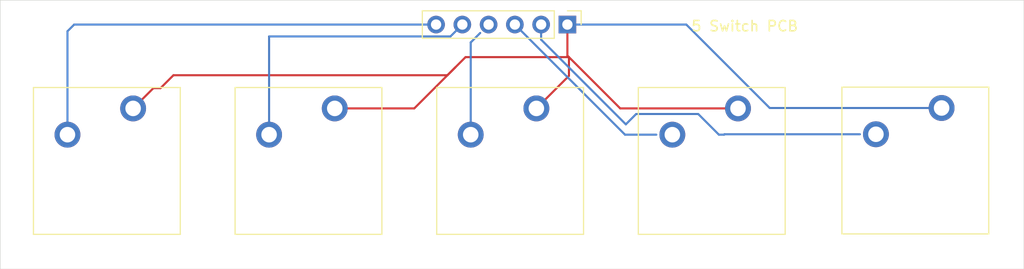
<source format=kicad_pcb>
(kicad_pcb (version 20240108) (generator "pcbnew") (generator_version "8.0")
  (layers (0 "F.Cu" signal) (31 "B.Cu" signal) (34 "B.Paste" user) (35 "F.Paste" user) (36 "B.SilkS" user "B.Silkscreen") (37 "F.SilkS" user "F.Silkscreen") (38 "B.Mask" user) (39 "F.Mask" user) (44 "Edge.Cuts" user))
  (net 0 "")
  (footprint "PCM_Switch_Keyboard_Cherry_MX:SW_Cherry_MX_PCB_1.00u" (layer "F.Cu") (at 174.5 80.5)
    (property "Reference" "REF**" (hide yes))
    (property "Value" "SW_Cherry_MX_PCB_1.00u")
    (fp_line (start -7.1 -7.1) (end -7.1 7.1) (stroke (width 0.12)) (layer "F.SilkS"))
    (fp_line (start -7.1 7.1) (end 7.1 7.1) (stroke (width 0.12)) (layer "F.SilkS"))
    (fp_line (start 7.1 -7.1) (end -7.1 -7.1) (stroke (width 0.12)) (layer "F.SilkS"))
    (fp_line (start 7.1 7.1) (end 7.1 -7.1) (stroke (width 0.12)) (layer "F.SilkS"))
    (pad "" np_thru_hole circle (at -5.08 0) (size 1.75 1.75) (drill 1.75) (layers "F&B.Cu" "*.Mask"))
    (pad "" np_thru_hole circle (at 0 0) (size 4 4) (drill 4) (layers "F&B.Cu" "*.Mask"))
    (pad "" np_thru_hole circle (at 5.08 0) (size 1.75 1.75) (drill 1.75) (layers "F&B.Cu" "*.Mask"))
    (pad "1" thru_hole circle (at -3.81 -2.54) (size 2.5 2.5) (drill 1.5) (layers "*.Cu" "*.Mask"))
    (pad "2" thru_hole circle (at 2.54 -5.08) (size 2.5 2.5) (drill 1.5) (layers "*.Cu" "*.Mask"))
  )
  (footprint "PCM_Switch_Keyboard_Cherry_MX:SW_Cherry_MX_PCB_1.00u" (layer "F.Cu") (at 154.81 80.54)
    (property "Reference" "5 Switch PCB" (at 3.19 -13.04 0) (layer "F.SilkS"))
    (property "Value" "SW_Cherry_MX_PCB_1.00u")
    (fp_line (start -7.1 -7.1) (end -7.1 7.1) (stroke (width 0.12)) (layer "F.SilkS"))
    (fp_line (start -7.1 7.1) (end 7.1 7.1) (stroke (width 0.12)) (layer "F.SilkS"))
    (fp_line (start 7.1 -7.1) (end -7.1 -7.1) (stroke (width 0.12)) (layer "F.SilkS"))
    (fp_line (start 7.1 7.1) (end 7.1 -7.1) (stroke (width 0.12)) (layer "F.SilkS"))
    (pad "" np_thru_hole circle (at -5.08 0) (size 1.75 1.75) (drill 1.75) (layers "F&B.Cu" "*.Mask"))
    (pad "" np_thru_hole circle (at 0 0) (size 4 4) (drill 4) (layers "F&B.Cu" "*.Mask"))
    (pad "" np_thru_hole circle (at 5.08 0) (size 1.75 1.75) (drill 1.75) (layers "F&B.Cu" "*.Mask"))
    (pad "1" thru_hole circle (at -3.81 -2.54) (size 2.5 2.5) (drill 1.5) (layers "*.Cu" "*.Mask"))
    (pad "2" thru_hole circle (at 2.54 -5.08) (size 2.5 2.5) (drill 1.5) (layers "*.Cu" "*.Mask"))
  )
  (footprint "PCM_Switch_Keyboard_Cherry_MX:SW_Cherry_MX_PCB_1.00u" (layer "F.Cu") (at 135.31 80.54)
    (property "Reference" "REF**" (hide yes))
    (property "Value" "SW_Cherry_MX_PCB_1.00u")
    (fp_line (start -7.1 -7.1) (end -7.1 7.1) (stroke (width 0.12)) (layer "F.SilkS"))
    (fp_line (start -7.1 7.1) (end 7.1 7.1) (stroke (width 0.12)) (layer "F.SilkS"))
    (fp_line (start 7.1 -7.1) (end -7.1 -7.1) (stroke (width 0.12)) (layer "F.SilkS"))
    (fp_line (start 7.1 7.1) (end 7.1 -7.1) (stroke (width 0.12)) (layer "F.SilkS"))
    (pad "" np_thru_hole circle (at -5.08 0) (size 1.75 1.75) (drill 1.75) (layers "F&B.Cu" "*.Mask"))
    (pad "" np_thru_hole circle (at 0 0) (size 4 4) (drill 4) (layers "F&B.Cu" "*.Mask"))
    (pad "" np_thru_hole circle (at 5.08 0) (size 1.75 1.75) (drill 1.75) (layers "F&B.Cu" "*.Mask"))
    (pad "1" thru_hole circle (at -3.81 -2.54) (size 2.5 2.5) (drill 1.5) (layers "*.Cu" "*.Mask"))
    (pad "2" thru_hole circle (at 2.54 -5.08) (size 2.5 2.5) (drill 1.5) (layers "*.Cu" "*.Mask"))
  )
  (footprint "PCM_Switch_Keyboard_Cherry_MX:SW_Cherry_MX_PCB_1.00u" (layer "F.Cu") (at 115.81 80.54)
    (property "Reference" "REF**" (hide yes))
    (property "Value" "SW_Cherry_MX_PCB_1.00u")
    (fp_line (start -7.1 -7.1) (end -7.1 7.1) (stroke (width 0.12)) (layer "F.SilkS"))
    (fp_line (start -7.1 7.1) (end 7.1 7.1) (stroke (width 0.12)) (layer "F.SilkS"))
    (fp_line (start 7.1 -7.1) (end -7.1 -7.1) (stroke (width 0.12)) (layer "F.SilkS"))
    (fp_line (start 7.1 7.1) (end 7.1 -7.1) (stroke (width 0.12)) (layer "F.SilkS"))
    (pad "" np_thru_hole circle (at -5.08 0) (size 1.75 1.75) (drill 1.75) (layers "*.Cu" "*.Mask"))
    (pad "" np_thru_hole circle (at 0 0) (size 4 4) (drill 4) (layers "*.Cu" "*.Mask"))
    (pad "" np_thru_hole circle (at 5.08 0) (size 1.75 1.75) (drill 1.75) (layers "*.Cu" "*.Mask"))
    (pad "1" thru_hole circle (at -3.81 -2.54) (size 2.5 2.5) (drill 1.5) (layers "*.Cu" "*.Mask"))
    (pad "2" thru_hole circle (at 2.54 -5.08) (size 2.5 2.5) (drill 1.5) (layers "*.Cu" "*.Mask"))
  )
  (footprint "Connector_PinHeader_2.54mm:PinHeader_1x06_P2.54mm_Vertical" (layer "F.Cu") (at 140.85 67.35 -90)
    (property "Reference" "REF**" (hide yes))
    (property "Value" "PinHeader_1x06_P2.54mm_Vertical" (hide yes))
    (fp_line (start -1.33 14.03) (end 1.33 14.03) (stroke (width 0.12)) (layer "F.SilkS"))
    (fp_line (start -1.33 1.27) (end -1.33 14.03) (stroke (width 0.12)) (layer "F.SilkS"))
    (fp_line (start -1.33 1.27) (end 1.33 1.27) (stroke (width 0.12)) (layer "F.SilkS"))
    (fp_line (start 1.33 1.27) (end 1.33 14.03) (stroke (width 0.12)) (layer "F.SilkS"))
    (fp_line (start -1.33 0) (end -1.33 -1.33) (stroke (width 0.12)) (layer "F.SilkS"))
    (fp_line (start -1.33 -1.33) (end 0 -1.33) (stroke (width 0.12)) (layer "F.SilkS"))
    (pad "1" thru_hole rect (at 0 0 270) (size 1.7 1.7) (drill 1) (layers "*.Cu" "*.Mask"))
    (pad "2" thru_hole circle (at 0 2.54 270) (size 1.7 1.7) (drill 1) (layers "*.Cu" "*.Mask"))
    (pad "3" thru_hole oval (at 0 5.08 270) (size 1.7 1.7) (drill 1) (layers "*.Cu" "*.Mask"))
    (pad "4" thru_hole oval (at 0 7.62 270) (size 1.7 1.7) (drill 1) (layers "*.Cu" "*.Mask"))
    (pad "5" thru_hole oval (at 0 10.16 270) (size 1.7 1.7) (drill 1) (layers "*.Cu" "*.Mask"))
    (pad "6" thru_hole oval (at 0 12.7 270) (size 1.7 1.7) (drill 1) (layers "*.Cu" "*.Mask"))
  )
  (footprint "PCM_Switch_Keyboard_Cherry_MX:SW_Cherry_MX_PCB_1.00u" (layer "F.Cu") (at 96.31 80.54)
    (property "Reference" "REF**" (hide yes))
    (property "Value" "SW_Cherry_MX_PCB_1.00u")
    (fp_line (start -7.1 -7.1) (end -7.1 7.1) (stroke (width 0.12)) (layer "F.SilkS"))
    (fp_line (start -7.1 7.1) (end 7.1 7.1) (stroke (width 0.12)) (layer "F.SilkS"))
    (fp_line (start 7.1 -7.1) (end -7.1 -7.1) (stroke (width 0.12)) (layer "F.SilkS"))
    (fp_line (start 7.1 7.1) (end 7.1 -7.1) (stroke (width 0.12)) (layer "F.SilkS"))
    (pad "" np_thru_hole circle (at -5.08 0) (size 1.75 1.75) (drill 1.75) (layers "F&B.Cu" "*.Mask"))
    (pad "" np_thru_hole circle (at 0 0) (size 4 4) (drill 4) (layers "F&B.Cu" "*.Mask"))
    (pad "" np_thru_hole circle (at 5.08 0) (size 1.75 1.75) (drill 1.75) (layers "F&B.Cu" "*.Mask"))
    (pad "1" thru_hole circle (at -3.81 -2.54) (size 2.5 2.5) (drill 1.5) (layers "*.Cu" "*.Mask"))
    (pad "2" thru_hole circle (at 2.54 -5.08) (size 2.5 2.5) (drill 1.5) (layers "*.Cu" "*.Mask"))
  )
  (gr_rect (start 86 65) (end 185 91) (stroke (width 0.05)) (fill none) (layer "Edge.Cuts"))
  (segment (start 157.35 75.46) (end 145.96 75.46) (width 0.2) (layer "F.Cu") (net 0))
  (segment (start 140.85 70.35) (end 140.85 67.35) (width 0.2) (layer "F.Cu") (net 0))
  (segment (start 141 72.31) (end 137.85 75.46) (width 0.2) (layer "F.Cu") (net 0))
  (segment (start 131 70.5) (end 141 70.5) (width 0.2) (layer "F.Cu") (net 0))
  (segment (start 141 70.5) (end 140.85 70.35) (width 0.2) (layer "F.Cu") (net 0))
  (segment (start 126.04 75.46) (end 130 71.5) (width 0.2) (layer "F.Cu") (net 0))
  (segment (start 100.81 73.5) (end 98.85 75.46) (width 0.2) (layer "F.Cu") (net 0))
  (segment (start 130 71.5) (end 131 70.5) (width 0.2) (layer "F.Cu") (net 0))
  (segment (start 118.35 75.46) (end 126.04 75.46) (width 0.2) (layer "F.Cu") (net 0))
  (segment (start 141 70.5) (end 141 72.31) (width 0.2) (layer "F.Cu") (net 0))
  (segment (start 102.75 72.25) (end 101.5 73.5) (width 0.2) (layer "F.Cu") (net 0))
  (segment (start 145.96 75.46) (end 141 70.5) (width 0.2) (layer "F.Cu") (net 0))
  (segment (start 101.5 73.5) (end 100.81 73.5) (width 0.2) (layer "F.Cu") (net 0))
  (segment (start 129.25 72.25) (end 102.75 72.25) (width 0.2) (layer "F.Cu") (net 0))
  (segment (start 130 71.5) (end 129.25 72.25) (width 0.2) (layer "F.Cu") (net 0))
  (segment (start 92.5 78) (end 92.5 68) (width 0.2) (layer "B.Cu") (net 0))
  (segment (start 177.04 75.42) (end 160.42 75.42) (width 0.2) (layer "B.Cu") (net 0))
  (segment (start 112 78) (end 112 68.5) (width 0.2) (layer "B.Cu") (net 0))
  (segment (start 160.42 75.42) (end 152.35 67.35) (width 0.2) (layer "B.Cu") (net 0))
  (segment (start 135.77 67.35) (end 146.42 78) (width 0.2) (layer "B.Cu") (net 0))
  (segment (start 131.5 78) (end 131.5 69.08) (width 0.2) (layer "B.Cu") (net 0))
  (segment (start 131.5 69.08) (end 132.416827 68.163173) (width 0.2) (layer "B.Cu") (net 0))
  (segment (start 93.15 67.35) (end 128.15 67.35) (width 0.2) (layer "B.Cu") (net 0))
  (segment (start 156.04 77.96) (end 169.14 77.96) (width 0.2) (layer "B.Cu") (net 0))
  (segment (start 138.31 67.35) (end 138.31 68.81) (width 0.2) (layer "B.Cu") (net 0))
  (segment (start 92.5 68) (end 93.15 67.35) (width 0.2) (layer "B.Cu") (net 0))
  (segment (start 153.5 76) (end 155.5 78) (width 0.2) (layer "B.Cu") (net 0))
  (segment (start 138.31 68.81) (end 146.5 77) (width 0.2) (layer "B.Cu") (net 0))
  (segment (start 129.54 68.5) (end 130.69 67.35) (width 0.2) (layer "B.Cu") (net 0))
  (segment (start 156 78) (end 156.04 77.96) (width 0.2) (layer "B.Cu") (net 0))
  (segment (start 152.35 67.35) (end 140.85 67.35) (width 0.2) (layer "B.Cu") (net 0))
  (segment (start 147.5 76) (end 153.5 76) (width 0.2) (layer "B.Cu") (net 0))
  (segment (start 155.5 78) (end 156 78) (width 0.2) (layer "B.Cu") (net 0))
  (segment (start 146.5 77) (end 147.5 76) (width 0.2) (layer "B.Cu") (net 0))
  (segment (start 112 68.5) (end 129.54 68.5) (width 0.2) (layer "B.Cu") (net 0))
  (segment (start 146.42 78) (end 149.45 78) (width 0.2) (layer "B.Cu") (net 0))
)
</source>
